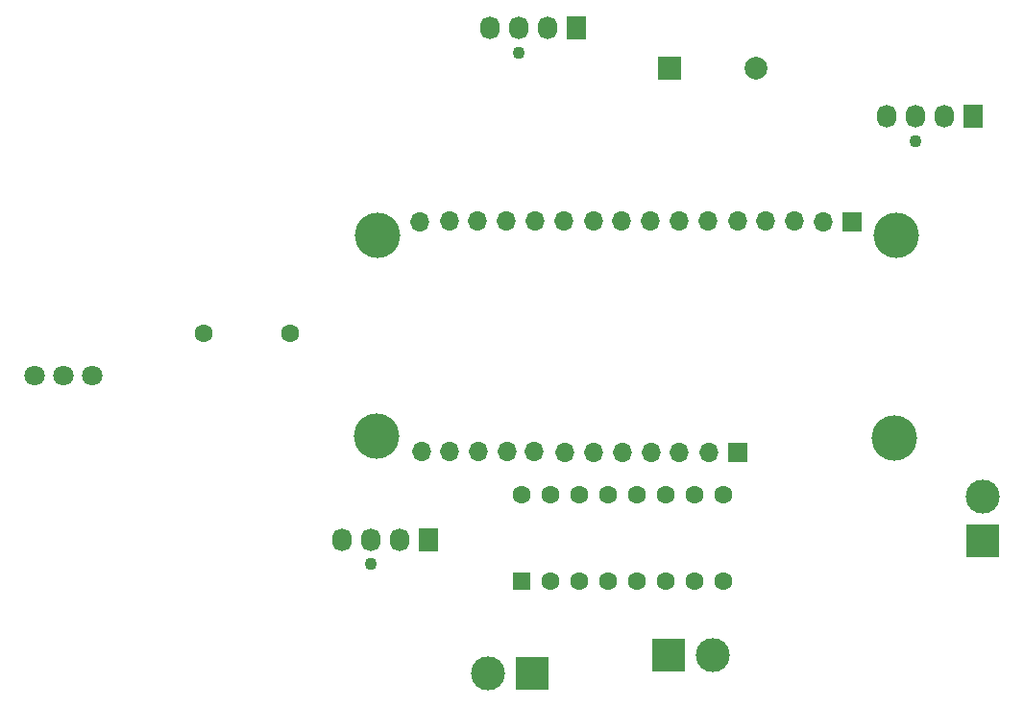
<source format=gbr>
%TF.GenerationSoftware,KiCad,Pcbnew,9.0.6*%
%TF.CreationDate,2025-12-20T14:01:59+05:30*%
%TF.ProjectId,lion_circuits_temp,6c696f6e-5f63-4697-9263-756974735f74,V 1.0*%
%TF.SameCoordinates,Original*%
%TF.FileFunction,Soldermask,Top*%
%TF.FilePolarity,Negative*%
%FSLAX46Y46*%
G04 Gerber Fmt 4.6, Leading zero omitted, Abs format (unit mm)*
G04 Created by KiCad (PCBNEW 9.0.6) date 2025-12-20 14:01:59*
%MOMM*%
%LPD*%
G01*
G04 APERTURE LIST*
G04 Aperture macros list*
%AMRoundRect*
0 Rectangle with rounded corners*
0 $1 Rounding radius*
0 $2 $3 $4 $5 $6 $7 $8 $9 X,Y pos of 4 corners*
0 Add a 4 corners polygon primitive as box body*
4,1,4,$2,$3,$4,$5,$6,$7,$8,$9,$2,$3,0*
0 Add four circle primitives for the rounded corners*
1,1,$1+$1,$2,$3*
1,1,$1+$1,$4,$5*
1,1,$1+$1,$6,$7*
1,1,$1+$1,$8,$9*
0 Add four rect primitives between the rounded corners*
20,1,$1+$1,$2,$3,$4,$5,0*
20,1,$1+$1,$4,$5,$6,$7,0*
20,1,$1+$1,$6,$7,$8,$9,0*
20,1,$1+$1,$8,$9,$2,$3,0*%
G04 Aperture macros list end*
%ADD10C,4.000000*%
%ADD11O,1.700000X1.700000*%
%ADD12R,1.700000X1.700000*%
%ADD13R,3.000000X3.000000*%
%ADD14C,3.000000*%
%ADD15R,2.000000X2.000000*%
%ADD16C,2.000000*%
%ADD17C,1.800000*%
%ADD18C,1.600000*%
%ADD19RoundRect,0.250000X0.550000X-0.550000X0.550000X0.550000X-0.550000X0.550000X-0.550000X-0.550000X0*%
%ADD20C,1.100000*%
%ADD21R,1.730000X2.030000*%
%ADD22O,1.730000X2.030000*%
G04 APERTURE END LIST*
D10*
%TO.C,U2*%
X127625000Y-81943118D03*
X127675000Y-64293118D03*
X173275000Y-82093118D03*
X173375000Y-64293118D03*
D11*
X131600000Y-83300000D03*
X134000000Y-83300000D03*
X136600000Y-83300000D03*
X139100000Y-83300000D03*
X141500000Y-83300000D03*
X144200000Y-83400000D03*
X146700000Y-83400000D03*
X149300000Y-83400000D03*
X151800000Y-83400000D03*
X154300000Y-83400000D03*
X156900000Y-83400000D03*
D12*
X159400000Y-83400000D03*
X169500000Y-63100000D03*
D11*
X167000000Y-63100000D03*
X164400000Y-63000000D03*
X161900000Y-63000000D03*
X159400000Y-63000000D03*
X156800000Y-63000000D03*
X154300000Y-63000000D03*
X151700000Y-63000000D03*
X149200000Y-63000000D03*
X146700000Y-63000000D03*
X144100000Y-63000000D03*
X141600000Y-63000000D03*
X139000000Y-63000000D03*
X136500000Y-63000000D03*
X134000000Y-63000000D03*
X131400000Y-63100000D03*
%TD*%
D13*
%TO.C,J6*%
X153320000Y-101300000D03*
D14*
X157200000Y-101300000D03*
%TD*%
D15*
%TO.C,BZ1*%
X153400000Y-49500000D03*
D16*
X161000000Y-49500000D03*
%TD*%
D17*
%TO.C,RV1*%
X102540000Y-76650000D03*
X100000000Y-76650000D03*
X97460000Y-76650000D03*
%TD*%
D13*
%TO.C,BT1*%
X181050000Y-91207500D03*
D14*
X181050000Y-87327500D03*
%TD*%
D13*
%TO.C,J2*%
X141307500Y-102850000D03*
D14*
X137427500Y-102850000D03*
%TD*%
D18*
%TO.C,R1*%
X120000000Y-72900000D03*
X112400000Y-72900000D03*
%TD*%
D19*
%TO.C,U1*%
X140360000Y-94720000D03*
D18*
X142900000Y-94720000D03*
X145440000Y-94720000D03*
X147980000Y-94720000D03*
X150520000Y-94720000D03*
X153060000Y-94720000D03*
X155600000Y-94720000D03*
X158140000Y-94720000D03*
X158140000Y-87100000D03*
X155600000Y-87100000D03*
X153060000Y-87100000D03*
X150520000Y-87100000D03*
X147980000Y-87100000D03*
X145440000Y-87100000D03*
X142900000Y-87100000D03*
X140360000Y-87100000D03*
%TD*%
D20*
%TO.C,J1*%
X140120000Y-48160000D03*
D21*
X145200000Y-46000000D03*
D22*
X142660000Y-46000000D03*
X140120000Y-46000000D03*
X137580000Y-46000000D03*
%TD*%
D20*
%TO.C,J5*%
X127120000Y-93260000D03*
D21*
X132200000Y-91100000D03*
D22*
X129660000Y-91100000D03*
X127120000Y-91100000D03*
X124580000Y-91100000D03*
%TD*%
D20*
%TO.C,J4*%
X175120000Y-55960000D03*
D21*
X180200000Y-53800000D03*
D22*
X177660000Y-53800000D03*
X175120000Y-53800000D03*
X172580000Y-53800000D03*
%TD*%
M02*

</source>
